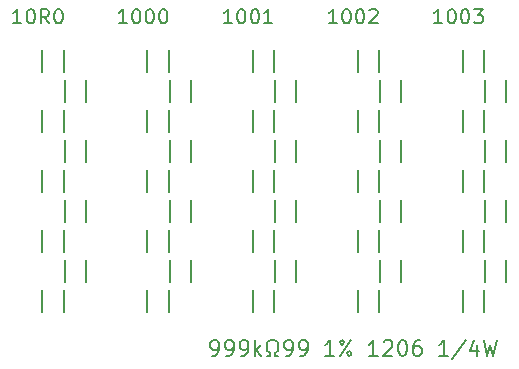
<source format=gto>
G04 #@! TF.GenerationSoftware,KiCad,Pcbnew,(2017-01-20 revision 550a1ea)-makepkg*
G04 #@! TF.CreationDate,2017-01-21T19:12:54+01:00*
G04 #@! TF.ProjectId,dekada,64656B6164612E6B696361645F706362,rev?*
G04 #@! TF.FileFunction,Legend,Top*
G04 #@! TF.FilePolarity,Positive*
%FSLAX46Y46*%
G04 Gerber Fmt 4.6, Leading zero omitted, Abs format (unit mm)*
G04 Created by KiCad (PCBNEW (2017-01-20 revision 550a1ea)-makepkg) date 01/21/17 19:12:54*
%MOMM*%
%LPD*%
G01*
G04 APERTURE LIST*
%ADD10C,0.050000*%
%ADD11C,0.150000*%
%ADD12O,2.000000X2.000000*%
%ADD13R,2.000000X2.000000*%
%ADD14O,2.032000X2.032000*%
%ADD15R,2.032000X2.032000*%
%ADD16R,1.600000X1.000000*%
G04 APERTURE END LIST*
D10*
D11*
X-29626072Y-17488095D02*
X-29378453Y-17488095D01*
X-29254643Y-17426190D01*
X-29192739Y-17364285D01*
X-29068929Y-17178571D01*
X-29007024Y-16930952D01*
X-29007024Y-16435714D01*
X-29068929Y-16311904D01*
X-29130834Y-16250000D01*
X-29254643Y-16188095D01*
X-29502262Y-16188095D01*
X-29626072Y-16250000D01*
X-29687977Y-16311904D01*
X-29749881Y-16435714D01*
X-29749881Y-16745238D01*
X-29687977Y-16869047D01*
X-29626072Y-16930952D01*
X-29502262Y-16992857D01*
X-29254643Y-16992857D01*
X-29130834Y-16930952D01*
X-29068929Y-16869047D01*
X-29007024Y-16745238D01*
X-28387977Y-17488095D02*
X-28140358Y-17488095D01*
X-28016548Y-17426190D01*
X-27954643Y-17364285D01*
X-27830834Y-17178571D01*
X-27768929Y-16930952D01*
X-27768929Y-16435714D01*
X-27830834Y-16311904D01*
X-27892739Y-16250000D01*
X-28016548Y-16188095D01*
X-28264167Y-16188095D01*
X-28387977Y-16250000D01*
X-28449881Y-16311904D01*
X-28511786Y-16435714D01*
X-28511786Y-16745238D01*
X-28449881Y-16869047D01*
X-28387977Y-16930952D01*
X-28264167Y-16992857D01*
X-28016548Y-16992857D01*
X-27892739Y-16930952D01*
X-27830834Y-16869047D01*
X-27768929Y-16745238D01*
X-27149881Y-17488095D02*
X-26902262Y-17488095D01*
X-26778453Y-17426190D01*
X-26716548Y-17364285D01*
X-26592739Y-17178571D01*
X-26530834Y-16930952D01*
X-26530834Y-16435714D01*
X-26592739Y-16311904D01*
X-26654643Y-16250000D01*
X-26778453Y-16188095D01*
X-27026072Y-16188095D01*
X-27149881Y-16250000D01*
X-27211786Y-16311904D01*
X-27273691Y-16435714D01*
X-27273691Y-16745238D01*
X-27211786Y-16869047D01*
X-27149881Y-16930952D01*
X-27026072Y-16992857D01*
X-26778453Y-16992857D01*
X-26654643Y-16930952D01*
X-26592739Y-16869047D01*
X-26530834Y-16745238D01*
X-25973691Y-17488095D02*
X-25973691Y-16188095D01*
X-25849881Y-16992857D02*
X-25478453Y-17488095D01*
X-25478453Y-16621428D02*
X-25973691Y-17116666D01*
X-24983215Y-17488095D02*
X-24673691Y-17488095D01*
X-24673691Y-17240476D01*
X-24797500Y-17178571D01*
X-24921310Y-17054761D01*
X-24983215Y-16869047D01*
X-24983215Y-16559523D01*
X-24921310Y-16373809D01*
X-24797500Y-16250000D01*
X-24611786Y-16188095D01*
X-24364167Y-16188095D01*
X-24178453Y-16250000D01*
X-24054643Y-16373809D01*
X-23992739Y-16559523D01*
X-23992739Y-16869047D01*
X-24054643Y-17054761D01*
X-24178453Y-17178571D01*
X-24302262Y-17240476D01*
X-24302262Y-17488095D01*
X-23992739Y-17488095D01*
X-23373691Y-17488095D02*
X-23126072Y-17488095D01*
X-23002262Y-17426190D01*
X-22940358Y-17364285D01*
X-22816548Y-17178571D01*
X-22754643Y-16930952D01*
X-22754643Y-16435714D01*
X-22816548Y-16311904D01*
X-22878453Y-16250000D01*
X-23002262Y-16188095D01*
X-23249881Y-16188095D01*
X-23373691Y-16250000D01*
X-23435596Y-16311904D01*
X-23497500Y-16435714D01*
X-23497500Y-16745238D01*
X-23435596Y-16869047D01*
X-23373691Y-16930952D01*
X-23249881Y-16992857D01*
X-23002262Y-16992857D01*
X-22878453Y-16930952D01*
X-22816548Y-16869047D01*
X-22754643Y-16745238D01*
X-22135596Y-17488095D02*
X-21887977Y-17488095D01*
X-21764167Y-17426190D01*
X-21702262Y-17364285D01*
X-21578453Y-17178571D01*
X-21516548Y-16930952D01*
X-21516548Y-16435714D01*
X-21578453Y-16311904D01*
X-21640358Y-16250000D01*
X-21764167Y-16188095D01*
X-22011786Y-16188095D01*
X-22135596Y-16250000D01*
X-22197500Y-16311904D01*
X-22259405Y-16435714D01*
X-22259405Y-16745238D01*
X-22197500Y-16869047D01*
X-22135596Y-16930952D01*
X-22011786Y-16992857D01*
X-21764167Y-16992857D01*
X-21640358Y-16930952D01*
X-21578453Y-16869047D01*
X-21516548Y-16745238D01*
X-19287977Y-17488095D02*
X-20030834Y-17488095D01*
X-19659405Y-17488095D02*
X-19659405Y-16188095D01*
X-19783215Y-16373809D01*
X-19907024Y-16497619D01*
X-20030834Y-16559523D01*
X-18792739Y-17488095D02*
X-17802262Y-16188095D01*
X-18607024Y-16188095D02*
X-18483215Y-16250000D01*
X-18421310Y-16373809D01*
X-18483215Y-16497619D01*
X-18607024Y-16559523D01*
X-18730834Y-16497619D01*
X-18792739Y-16373809D01*
X-18730834Y-16250000D01*
X-18607024Y-16188095D01*
X-17864167Y-17426190D02*
X-17802262Y-17302380D01*
X-17864167Y-17178571D01*
X-17987977Y-17116666D01*
X-18111786Y-17178571D01*
X-18173691Y-17302380D01*
X-18111786Y-17426190D01*
X-17987977Y-17488095D01*
X-17864167Y-17426190D01*
X-15573691Y-17488095D02*
X-16316548Y-17488095D01*
X-15945120Y-17488095D02*
X-15945120Y-16188095D01*
X-16068929Y-16373809D01*
X-16192739Y-16497619D01*
X-16316548Y-16559523D01*
X-15078453Y-16311904D02*
X-15016548Y-16250000D01*
X-14892739Y-16188095D01*
X-14583215Y-16188095D01*
X-14459405Y-16250000D01*
X-14397500Y-16311904D01*
X-14335596Y-16435714D01*
X-14335596Y-16559523D01*
X-14397500Y-16745238D01*
X-15140358Y-17488095D01*
X-14335596Y-17488095D01*
X-13530834Y-16188095D02*
X-13407024Y-16188095D01*
X-13283215Y-16250000D01*
X-13221310Y-16311904D01*
X-13159405Y-16435714D01*
X-13097500Y-16683333D01*
X-13097500Y-16992857D01*
X-13159405Y-17240476D01*
X-13221310Y-17364285D01*
X-13283215Y-17426190D01*
X-13407024Y-17488095D01*
X-13530834Y-17488095D01*
X-13654643Y-17426190D01*
X-13716548Y-17364285D01*
X-13778453Y-17240476D01*
X-13840358Y-16992857D01*
X-13840358Y-16683333D01*
X-13778453Y-16435714D01*
X-13716548Y-16311904D01*
X-13654643Y-16250000D01*
X-13530834Y-16188095D01*
X-11983215Y-16188095D02*
X-12230834Y-16188095D01*
X-12354643Y-16250000D01*
X-12416548Y-16311904D01*
X-12540358Y-16497619D01*
X-12602262Y-16745238D01*
X-12602262Y-17240476D01*
X-12540358Y-17364285D01*
X-12478453Y-17426190D01*
X-12354643Y-17488095D01*
X-12107024Y-17488095D01*
X-11983215Y-17426190D01*
X-11921310Y-17364285D01*
X-11859405Y-17240476D01*
X-11859405Y-16930952D01*
X-11921310Y-16807142D01*
X-11983215Y-16745238D01*
X-12107024Y-16683333D01*
X-12354643Y-16683333D01*
X-12478453Y-16745238D01*
X-12540358Y-16807142D01*
X-12602262Y-16930952D01*
X-9630834Y-17488095D02*
X-10373691Y-17488095D01*
X-10002262Y-17488095D02*
X-10002262Y-16188095D01*
X-10126072Y-16373809D01*
X-10249881Y-16497619D01*
X-10373691Y-16559523D01*
X-8145120Y-16126190D02*
X-9259405Y-17797619D01*
X-7154643Y-16621428D02*
X-7154643Y-17488095D01*
X-7464167Y-16126190D02*
X-7773691Y-17054761D01*
X-6968929Y-17054761D01*
X-6597500Y-16188095D02*
X-6287977Y-17488095D01*
X-6040358Y-16559523D01*
X-5792739Y-17488095D01*
X-5483215Y-16188095D01*
X-45752502Y10651535D02*
X-46438217Y10651535D01*
X-46095360Y10651535D02*
X-46095360Y11851535D01*
X-46209645Y11680107D01*
X-46323931Y11565821D01*
X-46438217Y11508678D01*
X-45009645Y11851535D02*
X-44895360Y11851535D01*
X-44781074Y11794392D01*
X-44723931Y11737250D01*
X-44666788Y11622964D01*
X-44609645Y11394392D01*
X-44609645Y11108678D01*
X-44666788Y10880107D01*
X-44723931Y10765821D01*
X-44781074Y10708678D01*
X-44895360Y10651535D01*
X-45009645Y10651535D01*
X-45123931Y10708678D01*
X-45181074Y10765821D01*
X-45238217Y10880107D01*
X-45295360Y11108678D01*
X-45295360Y11394392D01*
X-45238217Y11622964D01*
X-45181074Y11737250D01*
X-45123931Y11794392D01*
X-45009645Y11851535D01*
X-43409645Y10651535D02*
X-43809645Y11222964D01*
X-44095360Y10651535D02*
X-44095360Y11851535D01*
X-43638217Y11851535D01*
X-43523931Y11794392D01*
X-43466788Y11737250D01*
X-43409645Y11622964D01*
X-43409645Y11451535D01*
X-43466788Y11337250D01*
X-43523931Y11280107D01*
X-43638217Y11222964D01*
X-44095360Y11222964D01*
X-42666788Y11851535D02*
X-42552502Y11851535D01*
X-42438217Y11794392D01*
X-42381074Y11737250D01*
X-42323931Y11622964D01*
X-42266788Y11394392D01*
X-42266788Y11108678D01*
X-42323931Y10880107D01*
X-42381074Y10765821D01*
X-42438217Y10708678D01*
X-42552502Y10651535D01*
X-42666788Y10651535D01*
X-42781074Y10708678D01*
X-42838217Y10765821D01*
X-42895360Y10880107D01*
X-42952502Y11108678D01*
X-42952502Y11394392D01*
X-42895360Y11622964D01*
X-42838217Y11737250D01*
X-42781074Y11794392D01*
X-42666788Y11851535D01*
X-36823931Y10651535D02*
X-37509645Y10651535D01*
X-37166788Y10651535D02*
X-37166788Y11851535D01*
X-37281074Y11680107D01*
X-37395360Y11565821D01*
X-37509645Y11508678D01*
X-36081074Y11851535D02*
X-35966788Y11851535D01*
X-35852502Y11794392D01*
X-35795360Y11737250D01*
X-35738217Y11622964D01*
X-35681074Y11394392D01*
X-35681074Y11108678D01*
X-35738217Y10880107D01*
X-35795360Y10765821D01*
X-35852502Y10708678D01*
X-35966788Y10651535D01*
X-36081074Y10651535D01*
X-36195360Y10708678D01*
X-36252502Y10765821D01*
X-36309645Y10880107D01*
X-36366788Y11108678D01*
X-36366788Y11394392D01*
X-36309645Y11622964D01*
X-36252502Y11737250D01*
X-36195360Y11794392D01*
X-36081074Y11851535D01*
X-34938217Y11851535D02*
X-34823931Y11851535D01*
X-34709645Y11794392D01*
X-34652502Y11737250D01*
X-34595360Y11622964D01*
X-34538217Y11394392D01*
X-34538217Y11108678D01*
X-34595360Y10880107D01*
X-34652502Y10765821D01*
X-34709645Y10708678D01*
X-34823931Y10651535D01*
X-34938217Y10651535D01*
X-35052502Y10708678D01*
X-35109645Y10765821D01*
X-35166788Y10880107D01*
X-35223931Y11108678D01*
X-35223931Y11394392D01*
X-35166788Y11622964D01*
X-35109645Y11737250D01*
X-35052502Y11794392D01*
X-34938217Y11851535D01*
X-33795360Y11851535D02*
X-33681074Y11851535D01*
X-33566788Y11794392D01*
X-33509645Y11737250D01*
X-33452502Y11622964D01*
X-33395360Y11394392D01*
X-33395360Y11108678D01*
X-33452502Y10880107D01*
X-33509645Y10765821D01*
X-33566788Y10708678D01*
X-33681074Y10651535D01*
X-33795360Y10651535D01*
X-33909645Y10708678D01*
X-33966788Y10765821D01*
X-34023931Y10880107D01*
X-34081074Y11108678D01*
X-34081074Y11394392D01*
X-34023931Y11622964D01*
X-33966788Y11737250D01*
X-33909645Y11794392D01*
X-33795360Y11851535D01*
X-27923931Y10651535D02*
X-28609645Y10651535D01*
X-28266788Y10651535D02*
X-28266788Y11851535D01*
X-28381074Y11680107D01*
X-28495360Y11565821D01*
X-28609645Y11508678D01*
X-27181074Y11851535D02*
X-27066788Y11851535D01*
X-26952502Y11794392D01*
X-26895360Y11737250D01*
X-26838217Y11622964D01*
X-26781074Y11394392D01*
X-26781074Y11108678D01*
X-26838217Y10880107D01*
X-26895360Y10765821D01*
X-26952502Y10708678D01*
X-27066788Y10651535D01*
X-27181074Y10651535D01*
X-27295360Y10708678D01*
X-27352502Y10765821D01*
X-27409645Y10880107D01*
X-27466788Y11108678D01*
X-27466788Y11394392D01*
X-27409645Y11622964D01*
X-27352502Y11737250D01*
X-27295360Y11794392D01*
X-27181074Y11851535D01*
X-26038217Y11851535D02*
X-25923931Y11851535D01*
X-25809645Y11794392D01*
X-25752502Y11737250D01*
X-25695360Y11622964D01*
X-25638217Y11394392D01*
X-25638217Y11108678D01*
X-25695360Y10880107D01*
X-25752502Y10765821D01*
X-25809645Y10708678D01*
X-25923931Y10651535D01*
X-26038217Y10651535D01*
X-26152502Y10708678D01*
X-26209645Y10765821D01*
X-26266788Y10880107D01*
X-26323931Y11108678D01*
X-26323931Y11394392D01*
X-26266788Y11622964D01*
X-26209645Y11737250D01*
X-26152502Y11794392D01*
X-26038217Y11851535D01*
X-24495360Y10651535D02*
X-25181074Y10651535D01*
X-24838217Y10651535D02*
X-24838217Y11851535D01*
X-24952502Y11680107D01*
X-25066788Y11565821D01*
X-25181074Y11508678D01*
X-19023931Y10651535D02*
X-19709645Y10651535D01*
X-19366788Y10651535D02*
X-19366788Y11851535D01*
X-19481074Y11680107D01*
X-19595360Y11565821D01*
X-19709645Y11508678D01*
X-18281074Y11851535D02*
X-18166788Y11851535D01*
X-18052502Y11794392D01*
X-17995360Y11737250D01*
X-17938217Y11622964D01*
X-17881074Y11394392D01*
X-17881074Y11108678D01*
X-17938217Y10880107D01*
X-17995360Y10765821D01*
X-18052502Y10708678D01*
X-18166788Y10651535D01*
X-18281074Y10651535D01*
X-18395360Y10708678D01*
X-18452502Y10765821D01*
X-18509645Y10880107D01*
X-18566788Y11108678D01*
X-18566788Y11394392D01*
X-18509645Y11622964D01*
X-18452502Y11737250D01*
X-18395360Y11794392D01*
X-18281074Y11851535D01*
X-17138217Y11851535D02*
X-17023931Y11851535D01*
X-16909645Y11794392D01*
X-16852502Y11737250D01*
X-16795360Y11622964D01*
X-16738217Y11394392D01*
X-16738217Y11108678D01*
X-16795360Y10880107D01*
X-16852502Y10765821D01*
X-16909645Y10708678D01*
X-17023931Y10651535D01*
X-17138217Y10651535D01*
X-17252502Y10708678D01*
X-17309645Y10765821D01*
X-17366788Y10880107D01*
X-17423931Y11108678D01*
X-17423931Y11394392D01*
X-17366788Y11622964D01*
X-17309645Y11737250D01*
X-17252502Y11794392D01*
X-17138217Y11851535D01*
X-16281074Y11737250D02*
X-16223931Y11794392D01*
X-16109645Y11851535D01*
X-15823931Y11851535D01*
X-15709645Y11794392D01*
X-15652502Y11737250D01*
X-15595360Y11622964D01*
X-15595360Y11508678D01*
X-15652502Y11337250D01*
X-16338217Y10651535D01*
X-15595360Y10651535D01*
X-10123931Y10651535D02*
X-10809645Y10651535D01*
X-10466788Y10651535D02*
X-10466788Y11851535D01*
X-10581074Y11680107D01*
X-10695360Y11565821D01*
X-10809645Y11508678D01*
X-9381074Y11851535D02*
X-9266788Y11851535D01*
X-9152502Y11794392D01*
X-9095360Y11737250D01*
X-9038217Y11622964D01*
X-8981074Y11394392D01*
X-8981074Y11108678D01*
X-9038217Y10880107D01*
X-9095360Y10765821D01*
X-9152502Y10708678D01*
X-9266788Y10651535D01*
X-9381074Y10651535D01*
X-9495360Y10708678D01*
X-9552502Y10765821D01*
X-9609645Y10880107D01*
X-9666788Y11108678D01*
X-9666788Y11394392D01*
X-9609645Y11622964D01*
X-9552502Y11737250D01*
X-9495360Y11794392D01*
X-9381074Y11851535D01*
X-8238217Y11851535D02*
X-8123931Y11851535D01*
X-8009645Y11794392D01*
X-7952502Y11737250D01*
X-7895360Y11622964D01*
X-7838217Y11394392D01*
X-7838217Y11108678D01*
X-7895360Y10880107D01*
X-7952502Y10765821D01*
X-8009645Y10708678D01*
X-8123931Y10651535D01*
X-8238217Y10651535D01*
X-8352502Y10708678D01*
X-8409645Y10765821D01*
X-8466788Y10880107D01*
X-8523931Y11108678D01*
X-8523931Y11394392D01*
X-8466788Y11622964D01*
X-8409645Y11737250D01*
X-8352502Y11794392D01*
X-8238217Y11851535D01*
X-7438217Y11851535D02*
X-6695360Y11851535D01*
X-7095360Y11394392D01*
X-6923931Y11394392D01*
X-6809645Y11337250D01*
X-6752502Y11280107D01*
X-6695360Y11165821D01*
X-6695360Y10880107D01*
X-6752502Y10765821D01*
X-6809645Y10708678D01*
X-6923931Y10651535D01*
X-7266788Y10651535D01*
X-7381074Y10708678D01*
X-7438217Y10765821D01*
X-42178712Y-3607748D02*
X-42178712Y-1807748D01*
X-43978712Y-3607748D02*
X-43978712Y-1807748D01*
X-33278712Y-3607748D02*
X-33278712Y-1807748D01*
X-35078712Y-3607748D02*
X-35078712Y-1807748D01*
X-24378712Y-3607748D02*
X-24378712Y-1807748D01*
X-26178712Y-3607748D02*
X-26178712Y-1807748D01*
X-15478712Y-3607748D02*
X-15478712Y-1807748D01*
X-17278712Y-3607748D02*
X-17278712Y-1807748D01*
X-42092712Y-1067748D02*
X-42092712Y732252D01*
X-40292712Y-1067748D02*
X-40292712Y732252D01*
X-33192712Y-1067748D02*
X-33192712Y732252D01*
X-31392712Y-1067748D02*
X-31392712Y732252D01*
X-24292712Y-1067748D02*
X-24292712Y732252D01*
X-22492712Y-1067748D02*
X-22492712Y732252D01*
X-15392712Y-1067748D02*
X-15392712Y732252D01*
X-13592712Y-1067748D02*
X-13592712Y732252D01*
X-42092712Y-11227748D02*
X-42092712Y-9427748D01*
X-40292712Y-11227748D02*
X-40292712Y-9427748D01*
X-33192712Y-11227748D02*
X-33192712Y-9427748D01*
X-31392712Y-11227748D02*
X-31392712Y-9427748D01*
X-24292712Y-11227748D02*
X-24292712Y-9427748D01*
X-22492712Y-11227748D02*
X-22492712Y-9427748D01*
X-15392712Y-11227748D02*
X-15392712Y-9427748D01*
X-13592712Y-11227748D02*
X-13592712Y-9427748D01*
X-42178712Y-13767748D02*
X-42178712Y-11967748D01*
X-43978712Y-13767748D02*
X-43978712Y-11967748D01*
X-33278712Y-13767748D02*
X-33278712Y-11967748D01*
X-35078712Y-13767748D02*
X-35078712Y-11967748D01*
X-24378712Y-13767748D02*
X-24378712Y-11967748D01*
X-26178712Y-13767748D02*
X-26178712Y-11967748D01*
X-15478712Y-13767748D02*
X-15478712Y-11967748D01*
X-17278712Y-13767748D02*
X-17278712Y-11967748D01*
X-40292712Y-6147748D02*
X-40292712Y-4347748D01*
X-42092712Y-6147748D02*
X-42092712Y-4347748D01*
X-31392712Y-6147748D02*
X-31392712Y-4347748D01*
X-33192712Y-6147748D02*
X-33192712Y-4347748D01*
X-22492712Y-6147748D02*
X-22492712Y-4347748D01*
X-24292712Y-6147748D02*
X-24292712Y-4347748D01*
X-13592712Y-6147748D02*
X-13592712Y-4347748D01*
X-15392712Y-6147748D02*
X-15392712Y-4347748D01*
X-43978712Y1472252D02*
X-43978712Y3272252D01*
X-42178712Y1472252D02*
X-42178712Y3272252D01*
X-35078712Y1472252D02*
X-35078712Y3272252D01*
X-33278712Y1472252D02*
X-33278712Y3272252D01*
X-26178712Y1472252D02*
X-26178712Y3272252D01*
X-24378712Y1472252D02*
X-24378712Y3272252D01*
X-17278712Y1472252D02*
X-17278712Y3272252D01*
X-15478712Y1472252D02*
X-15478712Y3272252D01*
X-43978712Y-8687748D02*
X-43978712Y-6887748D01*
X-42178712Y-8687748D02*
X-42178712Y-6887748D01*
X-35078712Y-8687748D02*
X-35078712Y-6887748D01*
X-33278712Y-8687748D02*
X-33278712Y-6887748D01*
X-26178712Y-8687748D02*
X-26178712Y-6887748D01*
X-24378712Y-8687748D02*
X-24378712Y-6887748D01*
X-17278712Y-8687748D02*
X-17278712Y-6887748D01*
X-15478712Y-8687748D02*
X-15478712Y-6887748D01*
X-40292712Y4012252D02*
X-40292712Y5812252D01*
X-42092712Y4012252D02*
X-42092712Y5812252D01*
X-31392712Y4012252D02*
X-31392712Y5812252D01*
X-33192712Y4012252D02*
X-33192712Y5812252D01*
X-22492712Y4012252D02*
X-22492712Y5812252D01*
X-24292712Y4012252D02*
X-24292712Y5812252D01*
X-13592712Y4012252D02*
X-13592712Y5812252D01*
X-15392712Y4012252D02*
X-15392712Y5812252D01*
X-42178712Y6552252D02*
X-42178712Y8352252D01*
X-43978712Y6552252D02*
X-43978712Y8352252D01*
X-33278712Y6552252D02*
X-33278712Y8352252D01*
X-35078712Y6552252D02*
X-35078712Y8352252D01*
X-24378712Y6552252D02*
X-24378712Y8352252D01*
X-26178712Y6552252D02*
X-26178712Y8352252D01*
X-15478712Y6552252D02*
X-15478712Y8352252D01*
X-17278712Y6552252D02*
X-17278712Y8352252D01*
X-8378712Y-3607748D02*
X-8378712Y-1807748D01*
X-6578712Y-3607748D02*
X-6578712Y-1807748D01*
X-6578712Y1472252D02*
X-6578712Y3272252D01*
X-8378712Y1472252D02*
X-8378712Y3272252D01*
X-6492712Y-6147748D02*
X-6492712Y-4347748D01*
X-4692712Y-6147748D02*
X-4692712Y-4347748D01*
X-6578712Y-8687748D02*
X-6578712Y-6887748D01*
X-8378712Y-8687748D02*
X-8378712Y-6887748D01*
X-4692712Y-11227748D02*
X-4692712Y-9427748D01*
X-6492712Y-11227748D02*
X-6492712Y-9427748D01*
X-8378712Y-13767748D02*
X-8378712Y-11967748D01*
X-6578712Y-13767748D02*
X-6578712Y-11967748D01*
X-6492712Y4012252D02*
X-6492712Y5812252D01*
X-4692712Y4012252D02*
X-4692712Y5812252D01*
X-4692712Y-1067748D02*
X-4692712Y732252D01*
X-6492712Y-1067748D02*
X-6492712Y732252D01*
X-8378712Y6552252D02*
X-8378712Y8352252D01*
X-6578712Y6552252D02*
X-6578712Y8352252D01*
%LPC*%
D12*
X-47755712Y-14161748D03*
X-45215712Y-14161748D03*
X-47755712Y-11621748D03*
X-45215712Y-11621748D03*
X-47755712Y-9081748D03*
X-45215712Y-9081748D03*
X-47755712Y-6541748D03*
X-45215712Y-6541748D03*
X-47755712Y-4001748D03*
X-45215712Y-4001748D03*
X-47755712Y-1461748D03*
X-45215712Y-1461748D03*
X-47755712Y1078252D03*
X-45215712Y1078252D03*
X-47755712Y3618252D03*
X-45215712Y3618252D03*
X-47755712Y6158252D03*
X-45215712Y6158252D03*
X-47755712Y8698252D03*
D13*
X-45215712Y8698252D03*
D14*
X-1000000Y-1379073D03*
D15*
X-1000000Y-3919073D03*
X-3484656Y-3909071D03*
D14*
X-3484656Y-1369071D03*
D12*
X-38855712Y-14161748D03*
X-36315712Y-14161748D03*
X-38855712Y-11621748D03*
X-36315712Y-11621748D03*
X-38855712Y-9081748D03*
X-36315712Y-9081748D03*
X-38855712Y-6541748D03*
X-36315712Y-6541748D03*
X-38855712Y-4001748D03*
X-36315712Y-4001748D03*
X-38855712Y-1461748D03*
X-36315712Y-1461748D03*
X-38855712Y1078252D03*
X-36315712Y1078252D03*
X-38855712Y3618252D03*
X-36315712Y3618252D03*
X-38855712Y6158252D03*
X-36315712Y6158252D03*
X-38855712Y8698252D03*
D13*
X-36315712Y8698252D03*
D12*
X-29955712Y-14161748D03*
X-27415712Y-14161748D03*
X-29955712Y-11621748D03*
X-27415712Y-11621748D03*
X-29955712Y-9081748D03*
X-27415712Y-9081748D03*
X-29955712Y-6541748D03*
X-27415712Y-6541748D03*
X-29955712Y-4001748D03*
X-27415712Y-4001748D03*
X-29955712Y-1461748D03*
X-27415712Y-1461748D03*
X-29955712Y1078252D03*
X-27415712Y1078252D03*
X-29955712Y3618252D03*
X-27415712Y3618252D03*
X-29955712Y6158252D03*
X-27415712Y6158252D03*
X-29955712Y8698252D03*
D13*
X-27415712Y8698252D03*
D12*
X-21055712Y-14161748D03*
X-18515712Y-14161748D03*
X-21055712Y-11621748D03*
X-18515712Y-11621748D03*
X-21055712Y-9081748D03*
X-18515712Y-9081748D03*
X-21055712Y-6541748D03*
X-18515712Y-6541748D03*
X-21055712Y-4001748D03*
X-18515712Y-4001748D03*
X-21055712Y-1461748D03*
X-18515712Y-1461748D03*
X-21055712Y1078252D03*
X-18515712Y1078252D03*
X-21055712Y3618252D03*
X-18515712Y3618252D03*
X-21055712Y6158252D03*
X-18515712Y6158252D03*
X-21055712Y8698252D03*
D13*
X-18515712Y8698252D03*
D16*
X-43078712Y-4407748D03*
X-43078712Y-1007748D03*
X-34178712Y-4407748D03*
X-34178712Y-1007748D03*
X-25278712Y-4407748D03*
X-25278712Y-1007748D03*
X-16378712Y-4407748D03*
X-16378712Y-1007748D03*
X-41192712Y1532252D03*
X-41192712Y-1867748D03*
X-32292712Y1532252D03*
X-32292712Y-1867748D03*
X-23392712Y1532252D03*
X-23392712Y-1867748D03*
X-14492712Y1532252D03*
X-14492712Y-1867748D03*
X-41192712Y-8627748D03*
X-41192712Y-12027748D03*
X-32292712Y-8627748D03*
X-32292712Y-12027748D03*
X-23392712Y-8627748D03*
X-23392712Y-12027748D03*
X-14492712Y-8627748D03*
X-14492712Y-12027748D03*
X-43078712Y-14567748D03*
X-43078712Y-11167748D03*
X-34178712Y-14567748D03*
X-34178712Y-11167748D03*
X-25278712Y-14567748D03*
X-25278712Y-11167748D03*
X-16378712Y-14567748D03*
X-16378712Y-11167748D03*
X-41192712Y-6947748D03*
X-41192712Y-3547748D03*
X-32292712Y-6947748D03*
X-32292712Y-3547748D03*
X-23392712Y-6947748D03*
X-23392712Y-3547748D03*
X-14492712Y-6947748D03*
X-14492712Y-3547748D03*
X-43078712Y4072252D03*
X-43078712Y672252D03*
X-34178712Y4072252D03*
X-34178712Y672252D03*
X-25278712Y4072252D03*
X-25278712Y672252D03*
X-16378712Y4072252D03*
X-16378712Y672252D03*
X-43078712Y-6087748D03*
X-43078712Y-9487748D03*
X-34178712Y-6087748D03*
X-34178712Y-9487748D03*
X-25278712Y-6087748D03*
X-25278712Y-9487748D03*
X-16378712Y-6087748D03*
X-16378712Y-9487748D03*
X-41192712Y3212252D03*
X-41192712Y6612252D03*
X-32292712Y3212252D03*
X-32292712Y6612252D03*
X-23392712Y3212252D03*
X-23392712Y6612252D03*
X-14492712Y3212252D03*
X-14492712Y6612252D03*
X-43078712Y5752252D03*
X-43078712Y9152252D03*
X-34178712Y5752252D03*
X-34178712Y9152252D03*
X-25278712Y5752252D03*
X-25278712Y9152252D03*
X-16378712Y5752252D03*
X-16378712Y9152252D03*
D13*
X-9615712Y8698252D03*
D12*
X-12155712Y8698252D03*
X-9615712Y6158252D03*
X-12155712Y6158252D03*
X-9615712Y3618252D03*
X-12155712Y3618252D03*
X-9615712Y1078252D03*
X-12155712Y1078252D03*
X-9615712Y-1461748D03*
X-12155712Y-1461748D03*
X-9615712Y-4001748D03*
X-12155712Y-4001748D03*
X-9615712Y-6541748D03*
X-12155712Y-6541748D03*
X-9615712Y-9081748D03*
X-12155712Y-9081748D03*
X-9615712Y-11621748D03*
X-12155712Y-11621748D03*
X-9615712Y-14161748D03*
X-12155712Y-14161748D03*
D16*
X-7478712Y-1007748D03*
X-7478712Y-4407748D03*
X-7478712Y672252D03*
X-7478712Y4072252D03*
X-5592712Y-3547748D03*
X-5592712Y-6947748D03*
X-7478712Y-9487748D03*
X-7478712Y-6087748D03*
X-5592712Y-12027748D03*
X-5592712Y-8627748D03*
X-7478712Y-11167748D03*
X-7478712Y-14567748D03*
X-5592712Y6612252D03*
X-5592712Y3212252D03*
X-5592712Y-1867748D03*
X-5592712Y1532252D03*
X-7478712Y9152252D03*
X-7478712Y5752252D03*
M02*

</source>
